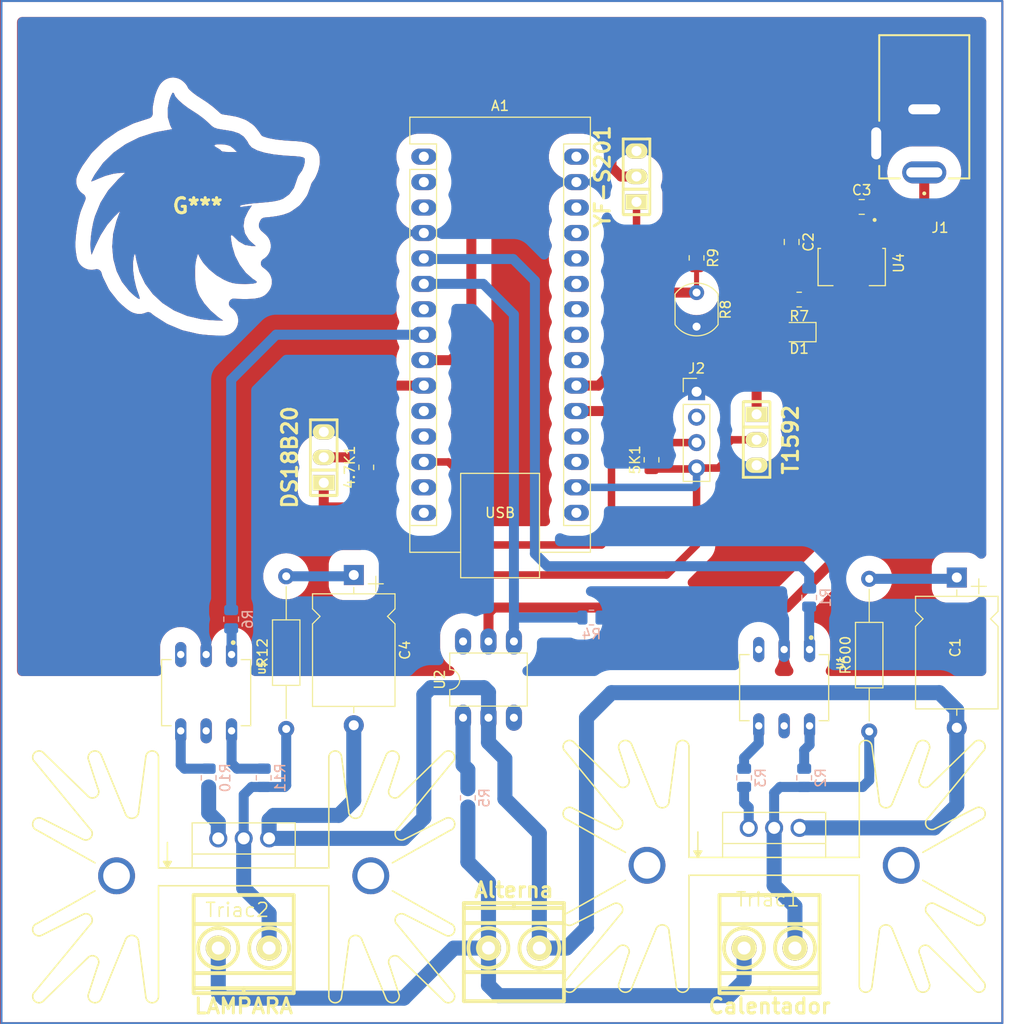
<source format=kicad_pcb>
(kicad_pcb (version 20240108) (generator "pcbnew") (generator_version "8.0")
  (layers (0 "F.Cu" signal) (31 "B.Cu" signal) (34 "B.Paste" user) (35 "F.Paste" user) (36 "B.SilkS" user "B.Silkscreen") (37 "F.SilkS" user "F.Silkscreen") (38 "B.Mask" user) (39 "F.Mask" user) (44 "Edge.Cuts" user))
  (net 0 "")
  (net 1 "VIN")
  (net 2 "GND")
  (net 3 "5V")
  (net 4 "Net-(D1-A)")
  (net 5 "Net-(R1-Pad1)")
  (net 6 "D7")
  (net 7 "Net-(R2-Pad2)")
  (net 8 "Net-(Triac1-A2)")
  (net 9 "Net-(Triac1-G)")
  (net 10 "Net-(R3-Pad2)")
  (net 11 "D4")
  (net 12 "Net-(R5-Pad2)")
  (net 13 "Neutro")
  (net 14 "Net-(C1-Pad1)")
  (net 16 "3.3V")
  (net 18 "Vivo")
  (net 22 "A1")
  (net 23 "D2")
  (net 27 "A0")
  (net 30 "D5")
  (net 34 "D3")
  (net 37 "D6")
  (net 42 "Net-(Triac2-A2)")
  (net 43 "NC")
  (net 44 "Net-(R6-Pad1)")
  (net 45 "Net-(R10-Pad2)")
  (net 46 "Net-(Triac2-G)")
  (net 47 "Net-(R11-Pad2)")
  (net 48 "Net-(C4-Pad1)")
  (net 52 "unconnected-(U5-NC-Pad5)")
  (footprint "BT139:TO220DISIPADOR" (layer "F.Cu") (at 180.4 112.8)
    (property "Reference" "Triac2" (at -0.635 4.191 0) (layer "F.SilkS") (effects (font (size 1.4 1.4))))
    (property "Value" "Triac")
    (pad "1" thru_hole circle (at 2.54 -2.95) (size 1.8 1.8) (drill 1.2) (layers "*.Cu" "*.Mask") (net 18 "Vivo"))
    (pad "2" thru_hole circle (at 0 -2.95) (size 1.8 1.8) (drill 1.2) (layers "*.Cu" "*.Mask") (net 42 "Net-(Triac2-A2)"))
    (pad "3" thru_hole circle (at -2.54 -2.95) (size 1.8 1.8) (drill 1.2) (layers "*.Cu" "*.Mask") (net 46 "Net-(Triac2-G)"))
    (pad "NC1" thru_hole circle (at -12.7 0.785) (size 3.686 3.686) (drill 2.67) (layers "*.Cu" "*.Mask"))
    (pad "NC2" thru_hole circle (at 12.7 0.785) (size 3.686 3.686) (drill 2.67) (layers "*.Cu" "*.Mask"))
  )
  (footprint "Connector_PinHeader_2.54mm:PinHeader_1x04_P2.54mm_Vertical" (layer "F.Cu") (at 225.65 65.25)
    (property "Reference" "J2" (at 0 -2.33 0) (layer "F.SilkS"))
    (property "Value" "DHT11")
    (pad "1" thru_hole rect (at 0 0) (size 1.7 1.7) (drill 1) (layers "*.Cu" "*.Mask") (net 2 "GND"))
    (pad "2" thru_hole oval (at 0 2.54) (size 1.7 1.7) (drill 1) (layers "*.Cu" "*.Mask") (net 43 "NC"))
    (pad "3" thru_hole oval (at 0 5.08) (size 1.7 1.7) (drill 1) (layers "*.Cu" "*.Mask") (net 11 "D4"))
    (pad "4" thru_hole oval (at 0 7.62) (size 1.7 1.7) (drill 1) (layers "*.Cu" "*.Mask") (net 16 "3.3V"))
  )
  (footprint "EESTN5:BORNERA2" (layer "F.Cu") (at 232.94 120.8)
    (property "Reference" "Calentador1" (hide yes))
    (property "Value" "Calentador" (at 0 5.8 0) (layer "F.SilkS") (effects (font (size 1.5 1.5) (thickness 0.3))))
    (pad "1" thru_hole circle (at -2.54 0) (size 2.5 2.5) (drill 1.3) (layers "*.Cu" "*.Mask" "F.SilkS") (net 13 "Neutro"))
    (pad "2" thru_hole circle (at 2.54 0) (size 2.5 2.5) (drill 1.3) (layers "*.Cu" "*.Mask" "F.SilkS") (net 8 "Net-(Triac1-A2)"))
  )
  (footprint "AMS1117:SOT229P700X180-4N" (layer "F.Cu") (at 241.15 52.8 -90)
    (property "Reference" "U4" (at -0.40579 -4.70284 90) (layer "F.SilkS") (effects (font (size 1.001528 1.001528))))
    (property "Value" "5V")
    (pad "1" smd roundrect (at -3.345 -2.29 270) (size 1.31 0.93) (layers "F.Cu" "F.Paste" "F.Mask") (roundrect_rratio 0.075) (net 2 "GND"))
    (pad "2" smd roundrect (at -3.345 0 270) (size 1.31 0.93) (layers "F.Cu" "F.Paste" "F.Mask") (roundrect_rratio 0.075) (net 3 "5V"))
    (pad "3" smd roundrect (at -3.345 2.29 270) (size 1.31 0.93) (layers "F.Cu" "F.Paste" "F.Mask") (roundrect_rratio 0.075) (net 1 "VIN"))
    (pad "4" smd roundrect (at 3.345 0 270) (size 1.31 3.24) (layers "F.Cu" "F.Paste" "F.Mask") (roundrect_rratio 0.075) (net 3 "5V"))
  )
  (footprint "Capacitor_THT:CP_Axial_L11.0mm_D8.0mm_P15.00mm_Horizontal" (layer "F.Cu") (at 251.65 83.8 -90)
    (property "Reference" "C1" (at 7 0.15 90) (layer "F.SilkS"))
    (property "Value" "47nF")
    (pad "1" thru_hole rect (at 0 0 270) (size 2 2) (drill 1) (layers "*.Cu" "*.Mask") (net 14 "Net-(C1-Pad1)"))
    (pad "2" thru_hole oval (at 15 0 270) (size 2 2) (drill 1) (layers "*.Cu" "*.Mask") (net 18 "Vivo"))
  )
  (footprint "Resistor_SMD:R_0805_2012Metric" (layer "F.Cu") (at 225.65 51.8875 -90)
    (property "Reference" "R9" (at 0 -1.65 90) (layer "F.SilkS"))
    (property "Value" "~")
    (pad "1" smd roundrect (at -0.9125 0 270) (size 1.025 1.4) (layers "F.Cu" "F.Paste" "F.Mask") (roundrect_rratio 0.243902) (net 3 "5V"))
    (pad "2" smd roundrect (at 0.9125 0 270) (size 1.025 1.4) (layers "F.Cu" "F.Paste" "F.Mask") (roundrect_rratio 0.243902) (net 27 "A0"))
  )
  (footprint "EESTN5:BORNERA2" (layer "F.Cu") (at 180.4 120.8)
    (property "Reference" "Calentador2" (hide yes))
    (property "Value" "LAMPARA" (at 0 5.8 0) (layer "F.SilkS") (effects (font (size 1.5 1.5) (thickness 0.3))))
    (pad "1" thru_hole circle (at -2.54 0) (size 2.5 2.5) (drill 1.3) (layers "*.Cu" "*.Mask" "F.SilkS") (net 13 "Neutro"))
    (pad "2" thru_hole circle (at 2.54 0) (size 2.5 2.5) (drill 1.3) (layers "*.Cu" "*.Mask" "F.SilkS") (net 42 "Net-(Triac2-A2)"))
  )
  (footprint "Resistor_SMD:R_0805_2012Metric" (layer "F.Cu") (at 235.9 56.05 180)
    (property "Reference" "R7" (at 0 -1.65 0) (layer "F.SilkS"))
    (property "Value" "220")
    (pad "1" smd roundrect (at -0.9125 0 180) (size 1.025 1.4) (layers "F.Cu" "F.Paste" "F.Mask") (roundrect_rratio 0.243902) (net 3 "5V"))
    (pad "2" smd roundrect (at 0.9125 0 180) (size 1.025 1.4) (layers "F.Cu" "F.Paste" "F.Mask") (roundrect_rratio 0.243902) (net 4 "Net-(D1-A)"))
  )
  (footprint "Resistor_SMD:R_0805_2012Metric" (layer "F.Cu") (at 192.65 72.8 90)
    (property "Reference" "4.7K1" (at 0 -1.65 90) (layer "F.SilkS"))
    (property "Value" "~")
    (pad "1" smd roundrect (at -0.9125 0 90) (size 1.025 1.4) (layers "F.Cu" "F.Paste" "F.Mask") (roundrect_rratio 0.243902) (net 16 "3.3V"))
    (pad "2" smd roundrect (at 0.9125 0 90) (size 1.025 1.4) (layers "F.Cu" "F.Paste" "F.Mask") (roundrect_rratio 0.243902) (net 6 "D7"))
  )
  (footprint "DCJ200-10-A-XX-K_REVA:GCT_DCJ200-10-A-XX-K_REVA" (layer "F.Cu") (at 248.4 36.8 180)
    (property "Reference" "J1" (at -1.575 -12.075 0) (layer "F.SilkS"))
    (property "Value" "DCJ200-10-A-XX-K_REVA")
    (pad "1" thru_hole oval (at 0 -6.55 180) (size 4.4 2.2) (drill oval 3.6 1) (layers "*.Cu" "*.Mask") (net 1 "VIN"))
    (pad "2" thru_hole oval (at 0 -0.25 180) (size 4 2) (drill oval 3.2 1) (layers "*.Cu" "*.Mask") (net 2 "GND"))
    (pad "3" thru_hole oval (at 4.8 -3.65 180) (size 2 4) (drill oval 1 3.2) (layers "*.Cu" "*.Mask") (net 2 "GND"))
  )
  (footprint "Resistor_SMD:R_0805_2012Metric" (layer "F.Cu") (at 221.15 72.05 90)
    (property "Reference" "5K1" (at 0 -1.65 90) (layer "F.SilkS"))
    (property "Value" "~")
    (pad "1" smd roundrect (at -0.9125 0 90) (size 1.025 1.4) (layers "F.Cu" "F.Paste" "F.Mask") (roundrect_rratio 0.243902) (net 16 "3.3V"))
    (pad "2" smd roundrect (at 0.9125 0 90) (size 1.025 1.4) (layers "F.Cu" "F.Paste" "F.Mask") (roundrect_rratio 0.243902) (net 11 "D4"))
  )
  (footprint "EESTN5:Pin_Header_3" (layer "F.Cu") (at 231.65 70.05 -90)
    (property "Reference" "T1592" (at 0 -3.4 90) (layer "F.SilkS") (effects (font (size 1.5 1.5) (thickness 0.3))))
    (property "Value" "Datos" (hide yes))
    (pad "1" thru_hole rect (at -2.54 0 270) (size 1.524 2.19964) (drill 1.00076) (layers "*.Cu" "*.Mask" "F.SilkS") (net 22 "A1"))
    (pad "2" thru_hole oval (at 0 0 270) (size 1.524 2.19964) (drill 1.00076) (layers "*.Cu" "*.Mask" "F.SilkS") (net 16 "3.3V"))
    (pad "3" thru_hole oval (at 2.54 0 270) (size 1.524 2.19964) (drill 1.00076) (layers "*.Cu" "*.Mask" "F.SilkS") (net 2 "GND"))
  )
  (footprint "Capacitor_SMD:C_0805_2012Metric" (layer "F.Cu") (at 235.15 50.3 -90)
    (property "Reference" "C2" (at 0 -1.68 90) (layer "F.SilkS"))
    (property "Value" "1uf")
    (pad "1" smd roundrect (at -0.95 0 270) (size 1 1.45) (layers "F.Cu" "F.Paste" "F.Mask") (net 1 "VIN"))
    (pad "2" smd roundrect (at 0.95 0 270) (size 1 1.45) (layers "F.Cu" "F.Paste" "F.Mask") (net 2 "GND"))
  )
  (footprint "BT139:TO220DISIPADOR" (layer "F.Cu") (at 233.4 111.75)
    (property "Reference" "Triac1" (at -0.635 4.191 0) (layer "F.SilkS") (effects (font (size 1.4 1.4))))
    (property "Value" "Triac")
    (pad "1" thru_hole circle (at 2.54 -2.95) (size 1.8 1.8) (drill 1.2) (layers "*.Cu" "*.Mask") (net 18 "Vivo"))
    (pad "2" thru_hole circle (at 0 -2.95) (size 1.8 1.8) (drill 1.2) (layers "*.Cu" "*.Mask") (net 8 "Net-(Triac1-A2)"))
    (pad "3" thru_hole circle (at -2.54 -2.95) (size 1.8 1.8) (drill 1.2) (layers "*.Cu" "*.Mask") (net 9 "Net-(Triac1-G)"))
    (pad "NC1" thru_hole circle (at -12.7 0.785) (size 3.686 3.686) (drill 2.67) (layers "*.Cu" "*.Mask"))
    (pad "NC2" thru_hole circle (at 12.7 0.785) (size 3.686 3.686) (drill 2.67) (layers "*.Cu" "*.Mask"))
  )
  (footprint "logo de un lobo:55x55" (layer "F.Cu") (at 175.8 46.7)
    (property "Reference" "G***" (at 0 0 0) (layer "F.SilkS") (effects (font (size 1.5 1.5) (thickness 0.3))))
    (property "Value" "LOGO" (hide yes))
    (fp_poly (pts (xy -2.349462 -11.214624) (xy -2.346739 -11.186325) (xy -2.236327 -10.936289) (xy -1.938047 -10.590627) (xy -1.501333 -10.194824) (xy -0.975618 -9.794364) (xy -0.499085 -9.486282) (xy 0.060743 -9.122537) (xy 0.610164 -8.711897) (xy 1.036369 -8.339086) (xy 1.05955 -8.3157) (xy 1.3779 -8.009043) (xy 1.654378 -7.819356) (xy 1.983434 -7.704604) (xy 2.459514 -7.622755) (xy 2.681962 -7.593645) (xy 3.524479 -7.447133) (xy 4.148001 -7.231975) (xy 4.607241 -6.915686) (xy 4.956911 -6.465785) (xy 5.125462 -6.142935) (xy 5.412611 -5.825956) (xy 5.944169 -5.547131) (xy 6.690038 -5.315141) (xy 7.620117 -5.138667) (xy 8.704308 -5.026387) (xy 9.068135 -5.00592) (xy 9.78353 -4.964696) (xy 10.263458 -4.913676) (xy 10.548523 -4.845977) (xy 10.679329 -4.754712) (xy 10.691486 -4.730661) (xy 10.710296 -4.401938) (xy 10.611883 -3.964528) (xy 10.43384 -3.538344) (xy 10.22947 -3.25692) (xy 10.027219 -2.96114) (xy 9.883614 -2.555982) (xy 9.874497 -2.51027) (xy 9.615128 -1.776697) (xy 9.150363 -1.154866) (xy 8.535278 -0.718395) (xy 8.533294 -0.717454) (xy 8.138305 -0.572684) (xy 7.610281 -0.459948) (xy 6.897939 -0.370399) (xy 6.173647 -0.310409) (xy 5.459452 -0.248347) (xy 4.865468 -0.174412) (xy 4.443697 -0.096373) (xy 4.246615 -0.022485) (xy 4.20786 0.068122) (xy 4.368905 0.089669) (xy 4.749376 0.049416) (xy 5.415315 -0.041861) (xy 5.042585 0.521373) (xy 4.684893 1.26993) (xy 4.579876 2.021335) (xy 4.723681 2.734264) (xy 5.112457 3.367392) (xy 5.327906 3.582231) (xy 5.807433 4.003261) (xy 5.397486 4.003261) (xy 4.719876 3.891722) (xy 4.108169 3.541344) (xy 3.772828 3.228725) (xy 3.520588 2.980448) (xy 3.370462 2.901733) (xy 3.312706 3.016662) (xy 3.337579 3.349317) (xy 3.43534 3.923779) (xy 3.453169 4.01893) (xy 3.739014 4.97051) (xy 4.207172 5.877171) (xy 4.811197 6.66965) (xy 5.50464 7.278685) (xy 5.735373 7.422141) (xy 5.91924 7.579829) (xy 5.830578 7.694468) (xy 5.469576 7.765992) (xy 4.836425 7.794338) (xy 4.646739 7.79472) (xy 4.008027 7.775369) (xy 3.521584 7.706385) (xy 3.064613 7.561838) (xy 2.622826 7.367359) (xy 1.857352 6.91492) (xy 1.139976 6.325264) (xy 0.552366 5.672738) (xy 0.261712 5.217855) (xy 0.029736 4.769262) (xy -0.138267 5.330008) (xy -0.218019 5.770602) (xy -0.259967 6.379152) (xy -0.256794 7.049215) (xy -0.256668 7.05217) (xy -0.208373 7.72755) (xy -0.113547 8.242523) (xy 0.054444 8.712055) (xy 0.197264 9.011559) (xy 0.662503 9.732806) (xy 1.302025 10.454322) (xy 2.030385 11.082752) (xy 2.208696 11.209201) (xy 2.553805 11.443128) (xy 1.863587 11.433535) (xy 1.317139 11.40614) (xy 0.683827 11.346784) (xy 0.349358 11.303916) (xy -1.063067 10.977119) (xy -2.353268 10.437991) (xy -3.497299 9.708006) (xy -4.471212 8.808638) (xy -5.251061 7.761363) (xy -5.812899 6.587656) (xy -6.09849 5.521739) (xy -6.185371 5.048239) (xy -6.243575 4.818381) (xy -6.292821 4.803995) (xy -6.352831 4.976913) (xy -6.388408 5.107609) (xy -6.466424 5.70371) (xy -6.446359 6.461992) (xy -6.337918 7.290461) (xy -6.150807 8.09712) (xy -6.035807 8.449811) (xy -5.865849 8.925896) (xy -5.789387 9.189736) (xy -5.802712 9.287494) (xy -5.902117 9.265333) (xy -5.97321 9.228929) (xy -6.218682 9.05295) (xy -6.566636 8.751465) (xy -6.84297 8.487122) (xy -7.564601 7.576649) (xy -8.093121 6.506129) (xy -8.42053 5.320353) (xy -8.538827 4.064111) (xy -8.440011 2.782194) (xy -8.11608 1.519393) (xy -8.097083 1.466486) (xy -7.75201 0.517211) (xy -8.310203 1.052356) (xy -9.025546 1.875477) (xy -9.688761 2.906138) (xy -10.208288 3.964161) (xy -10.597485 4.87648) (xy -10.687784 4.336338) (xy -10.71464 3.826814) (xy -10.671685 3.144483) (xy -10.570634 2.380313) (xy -10.423202 1.625274) (xy -10.262683 1.035326) (xy -9.69916 -0.338604) (xy -8.940153 -1.548223) (xy -7.9483 -2.652287) (xy -7.871587 -2.724886) (xy -7.247282 -3.310099) (xy -7.661413 -3.308196) (xy -8.396455 -3.224941) (xy -9.227449 -3.002176) (xy -9.963001 -2.705937) (xy -10.330887 -2.541798) (xy -10.572892 -2.456687) (xy -10.629348 -2.458292) (xy -10.56559 -2.607989) (xy -10.401958 -2.915467) (xy -10.261366 -3.162872) (xy -9.443352 -4.305141) (xy -8.408062 -5.316902) (xy -7.481892 -5.969665) (xy 1.688973 -5.969665) (xy 1.943987 -5.799861) (xy 2.001631 -5.772708) (xy 2.254997 -5.61986) (xy 2.346739 -5.499581) (xy 2.471849 -5.437213) (xy 2.795735 -5.395143) (xy 3.137352 -5.383695) (xy 3.927965 -5.383695) (xy 3.570232 -5.741428) (xy 3.267557 -5.973777) (xy 2.884542 -6.100694) (xy 2.434511 -6.153199) (xy 1.946466 -6.157085) (xy 1.693877 -6.092324) (xy 1.688973 -5.969665) (xy -7.481892 -5.969665) (xy -7.193429 -6.172973) (xy -5.837383 -6.848171) (xy -4.377855 -7.317313) (xy -3.831915 -7.431358) (xy -2.548564 -7.661413) (xy -2.747194 -8.074256) (xy -2.969228 -8.820376) (xy -2.996709 -9.675804) (xy -2.827454 -10.548843) (xy -2.679006 -10.961523) (xy -2.542713 -11.24122) (xy -2.465886 -11.319565)) (fill solid) (layer "B.Cu"))
  )
  (footprint "LED_SMD:LED_0805_2012Metric" (layer "F.Cu") (at 235.9 59.3 180)
    (property "Reference" "D1" (at 0 -1.65 0) (layer "F.SilkS"))
    (property "Value" "LED")
    (pad "1" smd roundrect (at -0.9375 0 180) (size 0.975 1.4) (layers "F.Cu" "F.Paste" "F.Mask") (net 2 "GND"))
    (pad "2" smd roundrect (at 0.9375 0 180) (size 0.975 1.4) (layers "F.Cu" "F.Paste" "F.Mask") (net 4 "Net-(D1-A)"))
  )
  (footprint "EESTN5:BORNERA2" (layer "F.Cu") (at 207.4 120.8 180)
    (property "Reference" "Alterna1" (hide yes))
    (property "Value" "Alterna" (at 0 5.8 0) (layer "F.SilkS") (effects (font (size 1.5 1.5) (thickness 0.3))))
    (pad "1" thru_hole circle (at -2.54 0 180) (size 2.5 2.5) (drill 1.3) (layers "*.Cu" "*.Mask" "F.SilkS") (net 18 "Vivo"))
    (pad "2" thru_hole circle (at 2.54 0 180) (size 2.5 2.5) (drill 1.3) (layers "*.Cu" "*.Mask" "F.SilkS") (net 13 "Neutro"))
  )
  (footprint "Module:Arduino_Nano" (layer "F.Cu") (at 198.4 41.78)
    (property "Reference" "A1" (at 7.62 -5.08 0) (layer "F.SilkS"))
    (property "Value" "Arduino_Nano_Every")
    (fp_text user "USB" (at 7.62 35.56 0) (layer "F.SilkS"))
    (pad "1" thru_hole oval (at 0 0) (size 2.5 1.6) (drill 1) (layers "*.Cu" "*.Mask"))
    (pad "2" thru_hole oval (at 0 2.54) (size 2.5 1.6) (drill 1) (layers "*.Cu" "*.Mask"))
    (pad "3" thru_hole oval (at 0 5.08) (size 2.5 1.6) (drill 1) (layers "*.Cu" "*.Mask"))
    (pad "4" thru_hole oval (at 0 7.62) (size 2.5 1.6) (drill 1) (layers "*.Cu" "*.Mask") (net 2 "GND"))
    (pad "5" thru_hole oval (at 0 10.16) (size 2.5 1.6) (drill 1) (layers "*.Cu" "*.Mask") (net 34 "D3"))
    (pad "6" thru_hole oval (at 0 12.7) (size 2.5 1.6) (drill 1) (layers "*.Cu" "*.Mask") (net 23 "D2"))
    (pad "7" thru_hole oval (at 0 15.24) (size 2.5 1.6) (drill 1) (layers "*.Cu" "*.Mask"))
    (pad "8" thru_hole oval (at 0 17.78) (size 2.5 1.6) (drill 1) (layers "*.Cu" "*.Mask") (net 30 "D5"))
    (pad "9" thru_hole oval (at 0 20.32) (size 2.5 1.6) (drill 1) (layers "*.Cu" "*.Mask") (net 37 "D6"))
    (pad "10" thru_hole oval (at 0 22.86) (size 2.5 1.6) (drill 1) (layers "*.Cu" "*.Mask") (net 6 "D7"))
    (pad "11" thru_hole oval (at 0 25.4) (size 2.5 1.6) (drill 1) (layers "*.Cu" "*.Mask"))
    (pad "12" thru_hole oval (at 0 27.94) (size 2.5 1.6) (drill 1) (layers "*.Cu" "*.Mask"))
    (pad "13" thru_hole oval (at 0 30.48) (size 2.5 1.6) (drill 1) (layers "*.Cu" "*.Mask") (net 11 "D4"))
    (pad "14" thru_hole oval (at 0 33.02) (size 2.5 1.6) (drill 1) (layers "*.Cu" "*.Mask"))
    (pad "15" thru_hole oval (at 0 35.56) (size 2.5 1.6) (drill 1) (layers "*.Cu" "*.Mask"))
    (pad "16" thru_hole oval (at 15.24 35.56) (size 2.5 1.6) (drill 1) (layers "*.Cu" "*.Mask"))
    (pad "17" thru_hole oval (at 15.24 33.02) (size 2.5 1.6) (drill 1) (layers "*.Cu" "*.Mask") (net 16 "3.3V"))
    (pad "18" thru_hole oval (at 15.24 30.48) (size 2.5 1.6) (drill 1) (layers "*.Cu" "*.Mask"))
    (pad "19" thru_hole oval (at 15.24 27.94) (size 2.5 1.6) (drill 1) (layers "*.Cu" "*.Mask"))
    (pad "20" thru_hole oval (at 15.24 25.4) (size 2.5 1.6) (drill 1) (layers "*.Cu" "*.Mask") (net 22 "A1"))
    (pad "21" thru_hole oval (at 15.24 22.86) (size 2.5 1.6) (drill 1) (layers "*.Cu" "*.Mask") (net 27 "A0"))
    (pad "22" thru_hole oval (at 15.24 20.32) (size 2.5 1.6) (drill 1) (layers "*.Cu" "*.Mask"))
    (pad "23" thru_hole oval (at 15.24 17.78) (size 2.5 1.6) (drill 1) (layers "*.Cu" "*.Mask"))
    (pad "24" thru_hole oval (at 15.24 15.24) (size 2.5 1.6) (drill 1) (layers "*.Cu" "*.Mask"))
    (pad "25" thru_hole oval (at 15.24 12.7) (size 2.5 1.6) (drill 1) (layers "*.Cu" "*.Mask"))
    (pad "26" thru_hole oval (at 15.24 10.16) (size 2.5 1.6) (drill 1) (layers "*.Cu" "*.Mask"))
    (pad "27" thru_hole oval (at 15.24 7.62) (size 2.5 1.6) (drill 1) (layers "*.Cu" "*.Mask"))
    (pad "28" thru_hole oval (at 15.24 5.08) (size 2.5 1.6) (drill 1) (layers "*.Cu" "*.Mask"))
    (pad "29" thru_hole oval (at 15.24 2.54) (size 2.5 1.6) (drill 1) (layers "*.Cu" "*.Mask") (net 2 "GND"))
    (pad "30" thru_hole oval (at 15.24 0) (size 2.5 1.6) (drill 1) (layers "*.Cu" "*.Mask"))
  )
  (footprint "OptoDevice:R_LDR_5.1x4.3mm_P3.4mm_Vertical" (layer "F.Cu") (at 225.65 55.35 -90)
    (property "Reference" "R8" (at 1.7 -2.9 90) (layer "F.SilkS"))
    (property "Value" "LDR07")
    (pad "1" thru_hole circle (at 0 0 270) (size 1.5 1.5) (drill 0.8) (layers "*.Cu" "*.Mask") (net 27 "A0"))
    (pad "2" thru_hole circle (at 3.4 0 270) (size 1.5 1.5) (drill 0.8) (layers "*.Cu" "*.Mask") (net 2 "GND"))
  )
  (footprint "Capacitor_THT:CP_Axial_L11.0mm_D8.0mm_P15.00mm_Horizontal" (layer "F.Cu") (at 191.4 83.55 -90)
    (property "Reference" "C4" (at 7.5 -5.12 90) (layer "F.SilkS"))
    (property "Value" "47nF")
    (pad "1" thru_hole rect (at 0 0 270) (size 2 2) (drill 1) (layers "*.Cu" "*.Mask") (net 48 "Net-(C4-Pad1)"))
    (pad "2" thru_hole oval (at 15 0 270) (size 2 2) (drill 1) (layers "*.Cu" "*.Mask") (net 18 "Vivo"))
  )
  (footprint "EESTN5:Pin_Header_3" (layer "F.Cu") (at 188.4 71.8 90)
    (property "Reference" "DS18B20" (at 0 -3.4 90) (layer "F.SilkS") (effects (font (size 1.5 1.5) (thickness 0.3))))
    (property "Value" "Datos" (hide yes))
    (pad "1" thru_hole rect (at -2.54 0 90) (size 1.524 2.19964) (drill 1.00076) (layers "*.Cu" "*.Mask" "F.SilkS") (net 16 "3.3V"))
    (pad "2" thru_hole oval (at 0 0 90) (size 1.524 2.19964) (drill 1.00076) (layers "*.Cu" "*.Mask" "F.SilkS") (net 6 "D7"))
    (pad "3" thru_hole oval (at 2.54 0 90) (size 1.524 2.19964) (drill 1.00076) (layers "*.Cu" "*.Mask" "F.SilkS") (net 2 "GND"))
  )
  (footprint "Resistor_THT:R_Axial_DIN0207_L6.3mm_D2.5mm_P15.24mm_Horizontal" (layer "F.Cu") (at 184.65 98.92 90)
    (property "Reference" "R12" (at 7.62 -2.37 90) (layer "F.SilkS"))
    (property "Value" "~")
    (pad "1" thru_hole circle (at 0 0 90) (size 1.6 1.6) (drill 0.8) (layers "*.Cu" "*.Mask") (net 42 "Net-(Triac2-A2)"))
    (pad "2" thru_hole oval (at 15.24 0 90) (size 1.6 1.6) (drill 0.8) (layers "*.Cu" "*.Mask") (net 48 "Net-(C4-Pad1)"))
  )
  (footprint "EESTN5:Pin_Header_3" (layer "F.Cu") (at 219.65 43.76 90)
    (property "Reference" "YF-S201" (at 0 -3.4 90) (layer "F.SilkS") (effects (font (size 1.5 1.5) (thickness 0.3))))
    (property "Value" "Datos" (hide yes))
    (pad "1" thru_hole rect (at -2.54 0 90) (size 1.524 2.19964) (drill 1.00076) (layers "*.Cu" "*.Mask" "F.SilkS") (net 3 "5V"))
    (pad "2" thru_hole oval (at 0 0 90) (size 1.524 2.19964) (drill 1.00076) (layers "*.Cu" "*.Mask" "F.SilkS") (net 37 "D6"))
    (pad "3" thru_hole oval (at 2.54 0 90) (size 1.524 2.19964) (drill 1.00076) (layers "*.Cu" "*.Mask" "F.SilkS") (net 2 "GND"))
  )
  (footprint "Capacitor_SMD:C_0805_2012Metric" (layer "F.Cu") (at 242.15 46.8)
    (property "Reference" "C3" (at 0 -1.68 0) (layer "F.SilkS"))
    (property "Value" "1uf")
    (pad "1" smd roundrect (at -0.95 0) (size 1 1.45) (layers "F.Cu" "F.Paste" "F.Mask") (net 3 "5V"))
    (pad "2" smd roundrect (at 0.95 0) (size 1 1.45) (layers "F.Cu" "F.Paste" "F.Mask") (net 2 "GND"))
  )
  (footprint "Package_DIP:DIP-6_W7.62mm" (layer "F.Cu") (at 202.32 97.8 90)
    (property "Reference" "U2" (at 3.81 -2.33 90) (layer "F.SilkS"))
    (property "Value" "4N25")
    (pad "1" thru_hole oval (at 0 0 90) (size 2.6 1.6) (drill 0.8) (layers "*.Cu" "*.Mask") (net 12 "Net-(R5-Pad2)"))
    (pad "2" thru_hole oval (at 0 2.54 90) (size 2.6 1.6) (drill 0.8) (layers "*.Cu" "*.Mask") (net 18 "Vivo"))
    (pad "3" thru_hole oval (at 0 5.08 90) (size 2.6 1.6) (drill 0.8) (layers "*.Cu" "*.Mask"))
    (pad "4" thru_hole oval (at 7.62 5.08 90) (size 2.6 1.6) (drill 0.8) (layers "*.Cu" "*.Mask") (net 23 "D2"))
    (pad "5" thru_hole oval (at 7.62 2.54 90) (size 2.6 1.6) (drill 0.8) (layers "*.Cu" "*.Mask") (net 3 "5V"))
    (pad "6" thru_hole oval (at 7.62 0 90) (size 2.6 1.6) (drill 0.8) (layers "*.Cu" "*.Mask"))
  )
  (footprint "Resistor_THT:R_Axial_DIN0207_L6.3mm_D2.5mm_P15.24mm_Horizontal" (layer "F.Cu") (at 242.9 99.17 90)
    (property "Reference" "R600" (at 7.62 -2.37 90) (layer "F.SilkS"))
    (property "Value" "~")
    (pad "1" thru_hole circle (at 0 0 90) (size 1.6 1.6) (drill 0.8) (layers "*.Cu" "*.Mask") (net 8 "Net-(Triac1-A2)"))
    (pad "2" thru_hole oval (at 15.24 0 90) (size 1.6 1.6) (drill 0.8) (layers "*.Cu" "*.Mask") (net 14 "Net-(C1-Pad1)"))
  )
  (footprint "MOC3021:DIP762W45P254L889H508Q6" (layer "F.Cu") (at 234.4 94.8 -90)
    (property "Reference" "U1" (at -2.469425 -5.609645 90) (layer "F.SilkS") (effects (font (size 0.64037 0.64037))))
    (property "Value" "MOC3021M")
    (pad "1" thru_hole oval (at -3.81 -2.54 270) (size 2.5 1.13) (drill 0.73) (layers "*.Cu" "*.Mask") (net 5 "Net-(R1-Pad1)"))
    (pad "2" thru_hole oval (at -3.81 0 270) (size 2.5 1.13) (drill 0.73) (layers "*.Cu" "*.Mask") (net 2 "GND"))
    (pad "3" thru_hole oval (at -3.81 2.54 270) (size 2.5 1.13) (drill 0.73) (layers "*.Cu" "*.Mask"))
    (pad "4" thru_hole oval (at 3.81 2.54 270) (size 2.5 1.13) (drill 0.73) (layers "*.Cu" "*.Mask") (net 10 "Net-(R3-Pad2)"))
    (pad "5" thru_hole oval (at 3.81 0 270) (size 2.5 1.13) (drill 0.73) (layers "*.Cu" "*.Mask"))
    (pad "6" thru_hole oval (at 3.81 -2.54 270) (size 2.5 1.13) (drill 0.73) (layers "*.Cu" "*.Mask") (net 7 "Net-(R2-Pad2)"))
  )
  (footprint "logo de un lobo:55x55" (layer "F.Cu") (at 175.8 46.7)
    (property "Reference" "G***" (at 0 0 0) (layer "F.SilkS") (effects (font (size 1.5 1.5) (thickness 0.3))))
    (property "Value" "LOGO" (hide yes))
    (fp_poly (pts (xy -2.349462 -11.214624) (xy -2.346739 -11.186325) (xy -2.236327 -10.936289) (xy -1.938047 -10.590627) (xy -1.501333 -10.194824) (xy -0.975618 -9.794364) (xy -0.499085 -9.486282) (xy 0.060743 -9.122537) (xy 0.610164 -8.711897) (xy 1.036369 -8.339086) (xy 1.05955 -8.3157) (xy 1.3779 -8.009043) (xy 1.654378 -7.819356) (xy 1.983434 -7.704604) (xy 2.459514 -7.622755) (xy 2.681962 -7.593645) (xy 3.524479 -7.447133) (xy 4.148001 -7.231975) (xy 4.607241 -6.915686) (xy 4.956911 -6.465785) (xy 5.125462 -6.142935) (xy 5.412611 -5.825956) (xy 5.944169 -5.547131) (xy 6.690038 -5.315141) (xy 7.620117 -5.138667) (xy 8.704308 -5.026387) (xy 9.068135 -5.00592) (xy 9.78353 -4.964696) (xy 10.263458 -4.913676) (xy 10.548523 -4.845977) (xy 10.679329 -4.754712) (xy 10.691486 -4.730661) (xy 10.710296 -4.401938) (xy 10.611883 -3.964528) (xy 10.43384 -3.538344) (xy 10.22947 -3.25692) (xy 10.027219 -2.96114) (xy 9.883614 -2.555982) (xy 9.874497 -2.51027) (xy 9.615128 -1.776697) (xy 9.150363 -1.154866) (xy 8.535278 -0.718395) (xy 8.533294 -0.717454) (xy 8.138305 -0.572684) (xy 7.610281 -0.459948) (xy 6.897939 -0.370399) (xy 6.173647 -0.310409) (xy 5.459452 -0.248347) (xy 4.865468 -0.174412) (xy 4.443697 -0.096373) (xy 4.246615 -0.022485) (xy 4.20786 0.068122) (xy 4.368905 0.089669) (xy 4.749376 0.049416) (xy 5.415315 -0.041861) (xy 5.042585 0.521373) (xy 4.684893 1.26993) (xy 4.579876 2.021335) (xy 4.723681 2.734264) (xy 5.112457 3.367392) (xy 5.327906 3.582231) (xy 5.807433 4.003261) (xy 5.397486 4.003261) (xy 4.719876 3.891722) (xy 4.108169 3.541344) (xy 3.772828 3.228725) (xy 3.520588 2.980448) (xy 3.370462 2.901733) (xy 3.312706 3.016662) (xy 3.337579 3.349317) (xy 3.43534 3.923779) (xy 3.453169 4.01893) (xy 3.739014 4.97051) (xy 4.207172 5.877171) (xy 4.811197 6.66965) (xy 5.50464 7.278685) (xy 5.735373 7.422141) (xy 5.91924 7.579829) (xy 5.830578 7.694468) (xy 5.469576 7.765992) (xy 4.836425 7.794338) (xy 4.646739 7.79472) (xy 4.008027 7.775369) (xy 3.521584 7.706385) (xy 3.064613 7.561838) (xy 2.622826 7.367359) (xy 1.857352 6.91492) (xy 1.139976 6.325264) (xy 0.552366 5.672738) (xy 0.261712 5.217855) (xy 0.029736 4.769262) (xy -0.138267 5.330008) (xy -0.218019 5.770602) (xy -0.259967 6.379152) (xy -0.256794 7.049215) (xy -0.256668 7.05217) (xy -0.208373 7.72755) (xy -0.113547 8.242523) (xy 0.054444 8.712055) (xy 0.197264 9.011559) (xy 0.662503 9.732806) (xy 1.302025 10.454322) (xy 2.030385 11.082752) (xy 2.208696 11.209201) (xy 2.553805 11.443128) (xy 1.863587 11.433535) (xy 1.317139 11.40614) (xy 0.683827 11.346784) (xy 0.349358 11.303916) (xy -1.063067 10.977119) (xy -2.353268 10.437991) (xy -3.497299 9.708006) (xy -4.471212 8.808638) (xy -5.251061 7.761363) (xy -5.812899 6.587656) (xy -6.09849 5.521739) (xy -6.185371 5.048239) (xy -6.243575 4.818381) (xy -6.292821 4.803995) (xy -6.352831 4.976913) (xy -6.388408 5.107609) (xy -6.466424 5.70371) (xy -6.446359 6.461992) (xy -6.337918 7.290461) (xy -6.150807 8.09712) (xy -6.035807 8.449811) (xy -5.865849 8.925896) (xy -5.789387 9.189736) (xy -5.802712 9.287494) (xy -5.902117 9.265333) (xy -5.97321 9.228929) (xy -6.218682 9.05295) (xy -6.566636 8.751465) (xy -6.84297 8.487122) (xy -7.564601 7.576649) (xy -8.093121 6.506129) (xy -8.42053 5.320353) (xy -8.538827 4.064111) (xy -8.440011 2.782194) (xy -8.11608 1.519393) (xy -8.097083 1.466486) (xy -7.75201 0.517211) (xy -8.310203 1.052356) (xy -9.025546 1.875477) (xy -9.688761 2.906138) (xy -10.208288 3.964161) (xy -10.597485 4.87648) (xy -10.687784 4.336338) (xy -10.71464 3.826814) (xy -10.671685 3.144483) (xy -10.570634 2.380313) (xy -10.423202 1.625274) (xy -10.262683 1.035326) (xy -9.69916 -0.338604) (xy -8.940153 -1.548223) (xy -7.9483 -2.652287) (xy -7.871587 -2.724886) (xy -7.247282 -3.310099) (xy -7.661413 -3.308196) (xy -8.396455 -3.224941) (xy -9.227449 -3.002176) (xy -9.963001 -2.705937) (xy -10.330887 -2.541798) (xy -10.572892 -2.456687) (xy -10.629348 -2.458292) (xy -10.56559 -2.607989) (xy -10.401958 -2.915467) (xy -10.261366 -3.162872) (xy -9.443352 -4.305141) (xy -8.408062 -5.316902) (xy -7.481892 -5.969665) (xy 1.688973 -5.969665) (xy 1.943987 -5.799861) (xy 2.001631 -5.772708) (xy 2.254997 -5.61986) (xy 2.346739 -5.499581) (xy 2.471849 -5.437213) (xy 2.795735 -5.395143) (xy 3.137352 -5.383695) (xy 3.927965 -5.383695) (xy 3.570232 -5.741428) (xy 3.267557 -5.973777) (xy 2.884542 -6.100694) (xy 2.434511 -6.153199) (xy 1.946466 -6.157085) (xy 1.693877 -6.092324) (xy 1.688973 -5.969665) (xy -7.481892 -5.969665) (xy -7.193429 -6.172973) (xy -5.837383 -6.848171) (xy -4.377855 -7.317313) (xy -3.831915 -7.431358) (xy -2.548564 -7.661413) (xy -2.747194 -8.074256) (xy -2.969228 -8.820376) (xy -2.996709 -9.675804) (xy -2.827454 -10.548843) (xy -2.679006 -10.961523) (xy -2.542713 -11.24122) (xy -2.465886 -11.319565)) (fill solid) (layer "F.Cu"))
  )
  (footprint "MOC3021:DIP762W45P254L889H508Q6" (layer "F.Cu") (at 176.65 95.3 -90)
    (property "Reference" "U5" (at -2.469425 -5.609645 90) (layer "F.SilkS") (effects (font (size 0.64037 0.64037))))
    (property "Value" "MOC3021M")
    (pad "1" thru_hole oval (at -3.81 -2.54 270) (size 2.5 1.13) (drill 0.73) (layers "*.Cu" "*.Mask") (net 44 "Net-(R6-Pad1)"))
    (pad "2" thru_hole oval (at -3.81 0 270) (size 2.5 1.13) (drill 0.73) (layers "*.Cu" "*.Mask") (net 2 "GND"))
    (pad "3" thru_hole oval (at -3.81 2.54 270) (size 2.5 1.13) (drill 0.73) (layers "*.Cu" "*.Mask"))
    (pad "4" thru_hole oval (at 3.81 2.54 270) (size 2.5 1.13) (drill 0.73) (layers "*.Cu" "*.Mask") (net 45 "Net-(R10-Pad2)"))
    (pad "5" thru_hole oval (at 3.81 0 270) (size 2.5 1.13) (drill 0.73) (layers "*.Cu" "*.Mask") (net 52 "unconnected-(U5-NC-Pad5)"))
    (pad "6" thru_hole oval (at 3.81 -2.54 270) (size 2.5 1.13) (drill 0.73) (layers "*.Cu" "*.Mask") (net 47 "Net-(R11-Pad2)"))
  )
  (footprint "Resistor_SMD:R_0805_2012Metric" (layer "B.Cu") (at 179.15 87.9625 90)
    (property "Reference" "R6" (at 0 1.65 -90) (layer "B.SilkS") (effects (justify mirror)))
    (property "Value" "100")
    (pad "1" smd roundrect (at -0.9125 0 90) (size 1.025 1.4) (layers "B.Cu" "B.Paste" "B.Mask") (roundrect_rratio 0.243902) (net 44 "Net-(R6-Pad1)"))
    (pad "2" smd roundrect (at 0.9125 0 90) (size 1.025 1.4) (layers "B.Cu" "B.Paste" "B.Mask") (roundrect_rratio 0.243902) (net 30 "D5"))
  )
  (footprint "Resistor_SMD:R_0805_2012Metric" (layer "B.Cu") (at 182.4 103.8 90)
    (property "Reference" "R11" (at 0 1.65 90) (layer "B.SilkS") (effects (justify mirror)))
    (property "Value" "330")
    (pad "1" smd roundrect (at -0.9125 0 90) (size 1.025 1.4) (layers "B.Cu" "B.Paste" "B.Mask") (roundrect_rratio 0.243902) (net 42 "Net-(Triac2-A2)"))
    (pad "2" smd roundrect (at 0.9125 0 90) (size 1.025 1.4) (layers "B.Cu" "B.Paste" "B.Mask") (roundrect_rratio 0.243902) (net 47 "Net-(R11-Pad2)"))
  )
  (footprint "Resistor_SMD:R_0805_2012Metric" (layer "B.Cu") (at 215.15 87.8)
    (property "Reference" "R4" (at 0 1.65 0) (layer "B.SilkS") (effects (justify mirror)))
    (property "Value" "10k")
    (pad "1" smd roundrect (at -0.9125 0) (size 1.025 1.4) (layers "B.Cu" "B.Paste" "B.Mask") (roundrect_rratio 0.243902) (net 23 "D2"))
    (pad "2" smd roundrect (at 0.9125 0) (size 1.025 1.4) (layers "B.Cu" "B.Paste" "B.Mask") (roundrect_rratio 0.243902) (net 2 "GND"))
  )
  (footprint "Resistor_SMD:R_0805_2012Metric" (layer "B.Cu") (at 236.9 85.8 90)
    (property "Reference" "R1" (at 0 1.65 -90) (layer "B.SilkS") (effects (justify mirror)))
    (property "Value" "100")
    (pad "1" smd roundrect (at -0.9125 0 90) (size 1.025 1.4) (layers "B.Cu" "B.Paste" "B.Mask") (roundrect_rratio 0.243902) (net 5 "Net-(R1-Pad1)"))
    (pad "2" smd roundrect (at 0.9125 0 90) (size 1.025 1.4) (layers "B.Cu" "B.Paste" "B.Mask") (roundrect_rratio 0.243902) (net 34 "D3"))
  )
  (footprint "Resistor_SMD:R_0805_2012Metric" (layer "B.Cu") (at 202.8 105.8 90)
    (property "Reference" "R5" (at 0 1.65 90) (layer "B.SilkS") (effects (justify mirror)))
    (property "Value" "100k")
    (pad "1" smd roundrect (at -0.9125 0 90) (size 1.025 1.4) (layers "B.Cu" "B.Paste" "B.Mask") (roundrect_rratio 0.243902) (net 13 "Neutro"))
    (pad "2" smd roundrect (at 0.9125 0 90) (size 1.025 1.4) (layers "B.Cu" "B.Paste" "B.Mask") (roundrect_rratio 0.243902) (net 12 "Net-(R5-Pad2)"))
  )
  (footprint "Resistor_SMD:R_0805_2012Metric" (layer "B.Cu") (at 236.4 103.8 90)
    (property "Reference" "R2" (at 0 1.65 90) (layer "B.SilkS") (effects (justify mirror)))
    (property "Value" "330")
    (pad "1" smd roundrect (at -0.9125 0 90) (size 1.025 1.4) (layers "B.Cu" "B.Paste" "B.Mask") (roundrect_rratio 0.243902) (net 8 "Net-(Triac1-A2)"))
    (pad "2" smd roundrect (at 0.9125 0 90) (size 1.025 1.4) (layers "B.Cu" "B.Paste" "B.Mask") (roundrect_rratio 0.243902) (net 7 "Net-(R2-Pad2)"))
  )
  (footprint "Resistor_SMD:R_0805_2012Metric" (layer "B.Cu") (at 176.9 103.8 90)
    (property "Reference" "R10" (at 0 1.65 90) (layer "B.SilkS") (effects (justify mirror)))
    (property "Value" "100")
    (pad "1" smd roundrect (at -0.9125 0 90) (size 1.025 1.4) (layers "B.Cu" "B.Paste" "B.Mask") (roundrect_rratio 0.243902) (net 46 "Net-(Triac2-G)"))
    (pad "2" smd roundrect (at 0.9125 0 90) (size 1.025 1.4) (layers "B.Cu" "B.Paste" "B.Mask") (roundrect_rratio 0.243902) (net 45 "Net-(R10-Pad2)"))
  )
  (footprint "Resistor_SMD:R_0805_2012Metric" (layer "B.Cu") (at 230.4 103.8 90)
    (property "Reference" "R3" (at 0 1.65 90) (layer "B.SilkS") (effects (justify mirror)))
    (property "Value" "100")
    (pad "1" smd roundrect (at -0.9125 0 90) (size 1.025 1.4) (layers "B.Cu" "B.Paste" "B.Mask") (roundrect_rratio 0.243902) (net 9 "Net-(Triac1-G)"))
    (pad "2" smd roundrect (at 0.9125 0 90) (size 1.025 1.4) (layers "B.Cu" "B.Paste" "B.Mask") (roundrect_rratio 0.243902) (net 10 "Net-(R3-Pad2)"))
  )
  (gr_rect (start 156.1524 26.2368) (end 256.2 128.3) (stroke (width 0.2)) (fill none) (layer "F.Cu"))
  (gr_rect (start 156.2032 26.2368) (end 256.2 128.3) (stroke (width 0.2)) (fill none) (layer "B.Cu"))
  (segment (start 238.755 49.35) (end 238.86 49.455) (width 0.5) (layer "F.Cu") (net 1))
  (segment (start 235.15 49.35) (end 238.755 49.35) (width 0.75) (layer "F.Cu") (net 1))
  (segment (start 238.86 49.455) (end 238.86 51.51) (width 1) (layer "F.Cu") (net 1))
  (segment (start 239.65 52.3) (end 245.4 52.3) (width 1) (layer "F.Cu") (net 1))
  (segment (start 245.4 52.3) (end 248.4 49.3) (width 1) (layer "F.Cu") (net 1))
  (segment (start 248.4 49.3) (end 248.4 43.35) (width 1) (layer "F.Cu") (net 1))
  (segment (start 238.86 51.51) (end 239.65 52.3) (width 1) (layer "F.Cu") (net 1))
  (segment (start 241.15 80.3) (end 241.15 56.145) (width 1) (layer "F.Cu") (net 3))
  (segment (start 234.65 86.8) (end 241.15 80.3) (width 1) (layer "F.Cu") (net 3))
  (segment (start 204.86 87.34) (end 205.4 86.8) (width 1) (layer "F.Cu") (net 3))
  (segment (start 220.575 50.975) (end 225.65 50.975) (width 0.75) (layer "F.Cu") (net 3))
  (segment (start 225.65 47.05) (end 225.9 46.8) (width 1) (layer "F.Cu") (net 3))
  (segment (start 219.65 50.05) (end 220.575 50.975) (width 0.75) (layer "F.Cu") (net 3))
  (segment (start 225.65 50.975) (end 225.65 47.05) (width 1) (layer "F.Cu") (net 3))
  (segment (start 241.15 47.05) (end 241.4 46.8) (width 0.5) (layer "F.Cu") (net 3))
  (segment (start 237.055 56.145) (end 236.9 56.3) (width 0.5) (layer "F.Cu") (net 3))
  (segment (start 241.15 56.145) (end 237.055 56.145) (width 0.5) (layer "F.Cu") (net 3))
  (segment (start 204.86 90.18) (end 204.86 87.34) (width 1) (layer "F.Cu") (net 3))
  (segment (start 205.4 86.8) (end 234.65 86.8) (width 1) (layer "F.Cu") (net 3))
  (segment (start 241.15 49.455) (end 241.15 47.05) (width 1) (layer "F.Cu") (net 3))
  (segment (start 225.9 46.8) (end 241.2 46.8) (width 1) (layer "F.Cu") (net 3))
  (segment (start 219.65 46.3) (end 219.65 50.05) (width 0.75) (layer "F.Cu") (net 3))
  (segment (start 234.9875 56.05) (end 234.9875 59.275) (width 0.75) (layer "F.Cu") (net 4))
  (segment (start 234.9875 59.275) (end 234.9625 59.3) (width 0.5) (layer "F.Cu") (net 4))
  (segment (start 236.9 86.7125) (end 236.9 90.95) (width 1) (layer "B.Cu") (net 5))
  (segment (start 236.9 90.95) (end 236.94 90.99) (width 0.5) (layer "B.Cu") (net 5))
  (segment (start 188.4 71.8) (end 192.4875 71.8) (width 1) (layer "F.Cu") (net 6))
  (segment (start 192.4875 71.8) (end 192.65 71.6375) (width 0.5) (layer "F.Cu") (net 6))
  (segment (start 192.65 65.3) (end 193.31 64.64) (width 1) (layer "F.Cu") (net 6))
  (segment (start 193.31 64.64) (end 198.4 64.64) (width 1) (layer "F.Cu") (net 6))
  (segment (start 192.65 71.8875) (end 192.65 65.3) (width 1) (layer "F.Cu") (net 6))
  (segment (start 236.94 100.51) (end 236.94 98.61) (width 1) (layer "B.Cu") (net 7))
  (segment (start 236.4 102.8875) (end 236.4 101.05) (width 1) (layer "B.Cu") (net 7))
  (segment (start 236.4 101.05) (end 236.94 100.51) (width 1) (layer "B.Cu") (net 7))
  (segment (start 235.48 116.63) (end 233.4 114.55) (width 1.5) (layer "B.Cu") (net 8))
  (segment (start 242.2375 104.7125) (end 242.9 104.05) (width 1) (layer "B.Cu") (net 8))
  (segment (start 235.48 120.8) (end 235.48 116.63) (width 1.5) (layer "B.Cu") (net 8))
  (segment (start 242.9 104.05) (end 242.9 99.17) (width 1) (layer "B.Cu") (net 8))
  (segment (start 233.4 105.3) (end 233.9875 104.7125) (width 1) (layer "B.Cu") (net 8))
  (segment (start 233.4 114.55) (end 233.4 108.8) (width 1.5) (layer "B.Cu") (net 8))
  (segment (start 233.9875 104.7125) (end 236.4 104.7125) (width 1) (layer "B.Cu") (net 8))
  (segment (start 236.4 104.7125) (end 242.2375 104.7125) (width 1) (layer "B.Cu") (net 8))
  (segment (start 233.4 108.8) (end 233.4 105.3) (width 1) (layer "B.Cu") (net 8))
  (segment (start 230.86 106.76) (end 230.4 106.3) (width 1) (layer "B.Cu") (net 9))
  (segment (start 230.4 106.3) (end 230.4 104.7125) (width 1) (layer "B.Cu") (net 9))
  (segment (start 230.86 108.8) (end 230.86 106.76) (width 1) (layer "B.Cu") (net 9))
  (segment (start 230.4 102.8875) (end 230.4 101.8) (width 1) (layer "B.Cu") (net 10))
  (segment (start 230.4 101.8) (end 231.86 100.34) (width 1) (layer "B.Cu") (net 10))
  (segment (start 231.86 100.34) (end 231.86 98.61) (width 1) (layer "B.Cu") (net 10))
  (segment (start 200.86 72.26) (end 198.4 72.26) (width 0.75) (layer "F.Cu") (net 11))
  (segment (start 221.15 70.8) (end 221.62 70.33) (width 0.75) (layer "F.Cu") (net 11))
  (segment (start 221.62 70.33) (end 225.65 70.33) (width 0.75) (layer "F.Cu") (net 11))
  (segment (start 201.65 78.05) (end 201.65 73.05) (width 0.75) (layer "F.Cu") (net 11))
  (segment (start 201.65 73.05) (end 200.86 72.26) (width 0.75) (layer "F.Cu") (net 11))
  (segment (start 217.15 72.05) (end 217.15 79.55) (width 0.75) (layer "F.Cu") (net 11))
  (segment (start 204.15 80.55) (end 201.65 78.05) (width 0.75) (layer "F.Cu") (net 11))
  (segment (start 216.15 80.55) (end 204.15 80.55) (width 0.75) (layer "F.Cu") (net 11))
  (segment (start 218.0625 71.1375) (end 217.15 72.05) (width 0.75) (layer "F.Cu") (net 11))
  (segment (start 217.15 79.55) (end 216.15 80.55) (width 0.75) (layer "F.Cu") (net 11))
  (segment (start 221.15 71.1375) (end 218.0625 71.1375) (width 0.75) (layer "F.Cu") (net 11))
  (segment (start 221.15 71.1375) (end 221.15 70.8) (width 0.75) (layer "F.Cu") (net 11))
  (segment (start 202.8 103) (end 202.8 104.8875) (width 1.5) (layer "B.Cu") (net 12))
  (segment (start 202.32 102.52) (end 202.8 103) (width 1.5) (layer "B.Cu") (net 12))
  (segment (start 202.32 97.8) (end 202.32 102.52) (width 1.5) (layer "B.Cu") (net 12))
  (segment (start 204.86 124.51) (end 205.9 125.55) (width 1.5) (layer "B.Cu") (net 13))
  (segment (start 201.4 120.8) (end 204.86 120.8) (width 1.5) (layer "B.Cu") (net 13))
  (segment (start 205.9 125.55) (end 228.9 125.55) (width 1.5) (layer "B.Cu") (net 13))
  (segment (start 202.8 112.2) (end 204.86 114.26) (width 1.5) (layer "B.Cu") (net 13))
  (segment (start 204.86 114.26) (end 204.86 120.8) (width 1.5) (layer "B.Cu") (net 13))
  (segment (start 202.8 106.7125) (end 202.8 112.2) (width 1.5) (layer "B.Cu") (net 13))
  (segment (start 230.4 124.05) (end 230.4 120.8) (width 1.5) (layer "B.Cu") (net 13))
  (segment (start 177.86 120.8) (end 177.86 125.26) (width 1.5) (layer "B.Cu") (net 13))
  (segment (start 204.86 120.8) (end 204.86 124.51) (width 1.5) (layer "B.Cu") (net 13))
  (segment (start 228.9 125.55) (end 230.4 124.05) (width 1.5) (layer "B.Cu") (net 13))
  (segment (start 177.86 125.26) (end 178.4 125.8) (width 1.5) (layer "B.Cu") (net 13))
  (segment (start 178.4 125.8) (end 196.4 125.8) (width 1.5) (layer "B.Cu") (net 13))
  (segment (start 196.4 125.8) (end 201.4 120.8) (width 1.5) (layer "B.Cu") (net 13))
  (segment (start 251.52 83.93) (end 251.65 83.8) (width 0.5) (layer "B.Cu") (net 14))
  (segment (start 242.9 83.93) (end 251.52 83.93) (width 1) (layer "B.Cu") (net 14))
  (segment (start 192.4 76.8) (end 192.65 76.55) (width 1) (layer "F.Cu") (net 16))
  (segment (start 228.4 72.3) (end 228.4 70.8) (width 0.75) (layer "F.Cu") (net 16))
  (segment (start 228.4 70.8) (end 229.15 70.05) (width 0.75) (layer "F.Cu") (net 16))
  (segment (start 192.65 73.7125) (end 194.3125 73.7125) (width 0.75) (layer "F.Cu") (net 16))
  (segment (start 221.15 72.9625) (end 225.5575 72.9625) (width 0.75) (layer "F.Cu") (net 16))
  (segment (start 227.83 72.87) (end 228.4 72.3) (width 0.75) (layer "F.Cu") (net 16))
  (segment (start 197.15 83.55) (end 222.65 83.55) (width 0.75) (layer "F.Cu") (net 16))
  (segment (start 188.4 76.55) (end 188.65 76.8) (width 1) (layer "F.Cu") (net 16))
  (segment (start 225.5575 72.9625) (end 225.65 72.87) (width 0.5) (layer "F.Cu") (net 16))
  (segment (start 225.65 80.55) (end 225.65 72.87) (width 0.75) (layer "F.Cu") (net 16))
  (segment (start 194.3125 73.7125) (end 194.4 73.8) (width 0.75) (layer "F.Cu") (net 16))
  (segment (start 222.65 83.55) (end 225.65 80.55) (width 0.75) (layer "F.Cu") (net 16))
  (segment (start 188.4 74.34) (end 188.4 76.55) (width 1) (layer "F.Cu") (net 16))
  (segment (start 194.4 73.8) (end 194.4 80.8) (width 0.75) (layer "F.Cu") (net 16))
  (segment (start 229.15 70.05) (end 231.65 70.05) (width 0.75) (layer "F.Cu") (net 16))
  (segment (start 194.4 80.8) (end 197.15 83.55) (width 0.75) (layer "F.Cu") (net 16))
  (segment (start 192.65 76.55) (end 192.65 73.7125) (width 1) (layer "F.Cu") (net 16))
  (segment (start 188.65 76.8) (end 192.4 76.8) (width 1) (layer "F.Cu") (net 16))
  (segment (start 225.65 72.87) (end 227.83 72.87) (width 0.75) (layer "F.Cu") (net 16))
  (segment (start 225.4 74.8) (end 225.65 74.55) (width 0.75) (layer "B.Cu") (net 16))
  (segment (start 225.65 74.55) (end 225.65 72.87) (width 0.75) (layer "B.Cu") (net 16))
  (segment (start 213.64 74.8) (end 225.4 74.8) (width 0.75) (layer "B.Cu") (net 16))
  (segment (start 251.65 97.05) (end 249.9 95.3) (width 1.5) (layer "B.Cu") (net 18))
  (segment (start 196.35 109.85) (end 198.4 107.8) (width 1.5) (layer "B.Cu") (net 18))
  (segment (start 235.94 108.8) (end 249.4 108.8) (width 1.5) (layer "B.Cu") (net 18))
  (segment (start 191.4 106.05) (end 189.9 107.55) (width 1.5) (layer "B.Cu") (net 18))
  (segment (start 251.65 106.55) (end 251.65 98.8) (width 1.5) (layer "B.Cu") (net 18))
  (segment (start 199.1 94.8) (end 204.4 94.8) (width 1.5) (layer "B.Cu") (net 18))
  (segment (start 217.15 95.3) (end 214.65 97.8) (width 1.5) (layer "B.Cu") (net 18))
  (segment (start 214.65 97.8) (end 214.65 118.8) (width 1.5) (layer "B.Cu") (net 18))
  (segment (start 209.94 120.8) (end 209.94 109.34) (width 1.5) (layer "B.Cu") (net 18))
  (segment (start 206.5 101.9) (end 204.86 100.26) (width 1.5) (layer "B.Cu") (net 18))
  (segment (start 198.4 107.8) (end 198.4 95.5) (width 1.5) (layer "B.Cu") (net 18))
  (segment (start 212.65 120.8) (end 209.94 120.8) (width 1.5) (layer "B.Cu") (net 18))
  (segment (start 251.65 98.8) (end 251.65 97.05) (width 1.5) (layer "B.Cu") (net 18))
  (segment (start 249.9 95.3) (end 217.15 95.3) (width 1.5) (layer "B.Cu") (net 18))
  (segment (start 206.5 105.9) (end 206.5 101.9) (width 1.5) (layer "B.Cu") (net 18))
  (segment (start 214.65 118.8) (end 212.65 120.8) (width 1.5) (layer "B.Cu") (net 18))
  (segment (start 182.94 109.85) (end 196.35 109.85) (width 1.5) (layer "B.Cu") (net 18))
  (segment (start 209.94 109.34) (end 206.5 105.9) (width 1.5) (layer "B.Cu") (net 18))
  (segment (start 204.86 95.26) (end 204.86 97.8) (width 1.5) (layer "B.Cu") (net 18))
  (segment (start 182.94 108.01) (end 182.94 109.85) (width 1.5) (layer "B.Cu") (net 18))
  (segment (start 191.4 98.55) (end 191.4 106.05) (width 1.5) (layer "B.Cu") (net 18))
  (segment (start 204.4 94.8) (end 204.86 95.26) (width 1.5) (layer "B.Cu") (net 18))
  (segment (start 183.4 107.55) (end 182.94 108.01) (width 1.5) (layer "B.Cu") (net 18))
  (segment (start 204.86 100.26) (end 204.86 97.8) (width 1.5) (layer "B.Cu") (net 18))
  (segment (start 249.4 108.8) (end 251.65 106.55) (width 1.5) (layer "B.Cu") (net 18))
  (segment (start 198.4 95.5) (end 199.1 94.8) (width 1.5) (layer "B.Cu") (net 18))
  (segment (start 189.9 107.55) (end 183.4 107.55) (width 1.5) (layer "B.Cu") (net 18))
  (segment (start 213.64 67.18) (end 218.27 67.18) (width 1) (layer "F.Cu") (net 22))
  (segment (start 218.27 67.18) (end 222.65 62.8) (width 1) (layer "F.Cu") (net 22))
  (segment (start 231.65 63.55) (end 231.65 67.51) (width 1) (layer "F.Cu") (net 22))
  (segment (start 230.9 62.8) (end 231.65 63.55) (width 1) (layer "F.Cu") (net 22))
  (segment (start 222.65 62.8) (end 230.9 62.8) (width 1) (layer "F.Cu") (net 22))
  (segment (start 198.4 54.48) (end 204.33 54.48) (width 1) (layer "B.Cu") (net 23))
  (segment (start 204.33 54.48) (end 207.4 57.55) (width 1) (layer "B.Cu") (net 23))
  (segment (start 207.4 90.18) (end 207.4 88.8) (width 1) (layer "B.Cu") (net 23))
  (segment (start 207.4 57.55) (end 207.4 88.8) (width 1) (layer "B.Cu") (net 23))
  (segment (start 207.65 87.8) (end 214.2375 87.8) (width 1) (layer "B.Cu") (net 23))
  (segment (start 207.4 88.8) (end 207.4 88.05) (width 1) (layer "B.Cu") (net 23))
  (segment (start 207.4 88.05) (end 207.65 87.8) (width 1) (layer "B.Cu") (net 23))
  (segment (start 225.65 55.35) (end 222.85 55.35) (width 1) (layer "F.Cu") (net 27))
  (segment (start 215.86 64.64) (end 213.64 64.64) (width 1) (layer "F.Cu") (net 27))
  (segment (start 221.65 58.85) (end 215.86 64.64) (width 1) (layer "F.Cu") (net 27))
  (segment (start 222.85 55.35) (end 221.65 56.55) (width 1) (layer "F.Cu") (net 27))
  (segment (start 221.65 56.55) (end 221.65 58.85) (width 1) (layer "F.Cu") (net 27))
  (segment (start 225.65 52.8) (end 225.65 55.35) (width 0.5) (layer "F.Cu") (net 27))
  (segment (start 179.15 87.05) (end 179.15 64.05) (width 1) (layer "B.Cu") (net 30))
  (segment (start 183.64 59.56) (end 198.4 59.56) (width 1) (layer "B.Cu") (net 30))
  (segment (start 179.15 64.05) (end 183.64 59.56) (width 1) (layer "B.Cu") (net 30))
  (segment (start 236.9 83.5) (end 236.075 82.675) (width 1) (layer "B.Cu") (net 34))
  (segment (start 209.5 54.175) (end 207.325 52) (width 1) (layer "B.Cu") (net 34))
  (segment (start 198.46 52) (end 198.4 51.94) (width 1) (layer "B.Cu") (net 34))
  (segment (start 210.75 82.675) (end 209.5 81.425) (width 1) (layer "B.Cu") (net 34))
  (segment (start 236.075 82.675) (end 210.75 82.675) (width 1) (layer "B.Cu") (net 34))
  (segment (start 236.9 84.8875) (end 236.9 83.5) (width 1) (layer "B.Cu") (net 34))
  (segment (start 207.325 52) (end 198.46 52) (width 1) (layer "B.Cu") (net 34))
  (segment (start 209.5 81.425) (end 209.5 54.175) (width 1) (layer "B.Cu") (net 34))
  (segment (start 218.11 43.76) (end 219.65 43.76) (width 1) (layer "F.Cu") (net 37))
  (segment (start 203.15 37.3) (end 205.65 34.8) (width 1) (layer "F.Cu") (net 37))
  (segment (start 201.1 62.1) (end 203.15 60.05) (width 1) (layer "F.Cu") (net 37))
  (segment (start 217.15 36.3) (end 217.15 42.8) (width 1) (layer "F.Cu") (net 37))
  (segment (start 217.15 42.8) (end 218.11 43.76) (width 1) (layer "F.Cu") (net 37))
  (segment (start 198.4 62.1) (end 201.1 62.1) (width 1) (layer "F.Cu") (net 37))
  (segment (start 203.15 60.05) (end 203.15 37.3) (width 1) (layer "F.Cu") (net 37))
  (segment (start 205.65 34.8) (end 215.65 34.8) (width 1) (layer "F.Cu") (net 37))
  (segment (start 215.65 34.8) (end 217.15 36.3) (width 1) (layer "F.Cu") (net 37))
  (segment (start 182.4 104.7125) (end 184.4875 104.7125) (width 1) (layer "B.Cu") (net 42))
  (segment (start 182.94 117.34) (end 180.4 114.8) (width 1.5) (layer "B.Cu") (net 42))
  (segment (start 184.65 104.55) (end 184.65 98.92) (width 1) (layer "B.Cu") (net 42))
  (segment (start 180.4 105.5) (end 181.1875 104.7125) (width 1) (layer "B.Cu") (net 42))
  (segment (start 181.1875 104.7125) (end 182.4 104.7125) (width 1) (layer "B.Cu") (net 42))
  (segment (start 182.94 120.8) (end 182.94 117.34) (width 1.5) (layer "B.Cu") (net 42))
  (segment (start 180.4 109.85) (end 180.4 105.5) (width 1) (layer "B.Cu") (net 42))
  (segment (start 184.4875 104.7125) (end 184.65 104.55) (width 1) (layer "B.Cu") (net 42))
  (segment (start 180.4 114.8) (end 180.4 109.85) (width 1.5) (layer "B.Cu") (net 42))
  (segment (start 179.19 91.49) (end 179.19 88.915) (width 1) (layer "B.Cu") (net 44))
  (segment (start 179.19 88.915) (end 179.15 88.875) (width 0.5) (layer "B.Cu") (net 44))
  (segment (start 174.4875 102.8875) (end 176.9 102.8875) (width 1) (layer "B.Cu") (net 45))
  (segment (start 174.11 102.51) (end 174.4875 102.8875) (width 1) (layer "B.Cu") (net 45))
  (segment (start 174.11 99.11) (end 174.11 102.51) (width 1) (layer "B.Cu") (net 45))
  (segment (start 177.86 108.26) (end 176.9 107.3) (width 1.5) (layer "B.Cu") (net 46))
  (segment (start 177.86 109.85) (end 177.86 108.26) (width 1.5) (layer "B.Cu") (net 46))
  (segment (start 176.9 107.3) (end 176.9 104.7125) (width 1.5) (layer "B.Cu") (net 46))
  (segment (start 179.7375 102.8875) (end 182.4 102.8875) (width 1) (layer "B.Cu") (net 47))
  (segment (start 179.19 99.11) (end 179.19 102.34) (width 1) (layer "B.Cu") (net 47))
  (segment (start 179.19 102.34) (end 179.7375 102.8875) (width 1) (layer "B.Cu") (net 47))
  (segment (start 184.65 83.68) (end 191.27 83.68) (width 1) (layer "B.Cu") (net 48))
  (segment (start 191.27 83.68) (end 191.4 83.55) (width 0.5) (layer "B.Cu") (net 48))
  (segment (start 176.9 99.46) (end 176.86 99.42) (width 0.5) (layer "B.Cu") (net 52))
  (zone (net 2) (net_name "GND") (layer "F.Cu") (priority 1) (connect_pads yes (clearance 1.5)) (min_thickness 1) (fill yes (thermal_gap 1.5) (thermal_bridge_width 1.5))
    (polygon (pts (xy 156.1524 26.2368) (xy 256.584 26.2368) (xy 256.984 93.6352) (xy 156.5524 93.6352)))
  )
  (zone (net 2) (net_name "GND") (layer "B.Cu") (connect_pads yes (clearance 1.5)) (min_thickness 1) (fill yes (thermal_gap 1.5) (thermal_bridge_width 1.5))
    (polygon (pts (xy 156.2032 26.2368) (xy 256.584 26.2368) (xy 256.584 93.6352) (xy 156.2032 93.6352)))
  )
)
</source>
